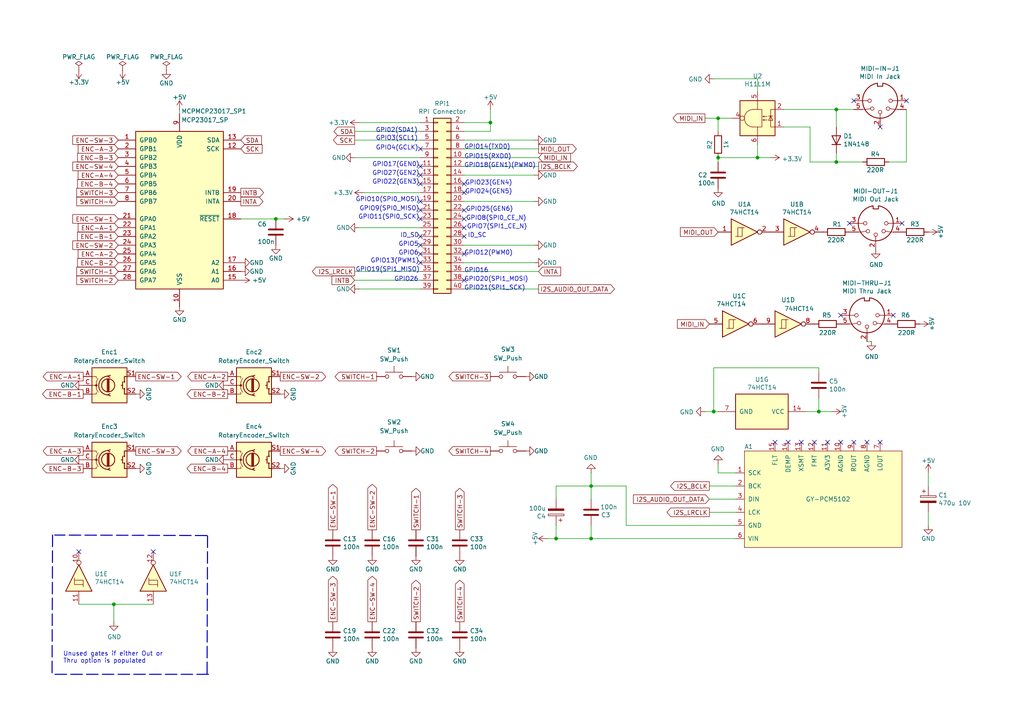
<source format=kicad_sch>
(kicad_sch (version 20231120) (generator "eeschema") (generator_version "8.0")
  (paper "A4")
  (title_block (title "zynthian mini") (date "2024-03-24") (rev "2.0") (company "Stojos") (comment 1 "- zynthian all in one") (comment 2 "based on:"))
  (junction (at 142.24 35.56))
  (junction (at 208.28 45.72))
  (junction (at 207.01 119.38))
  (junction (at 219.71 45.72))
  (junction (at 242.57 31.75))
  (junction (at 237.49 119.38))
  (junction (at 171.45 140.97))
  (junction (at 171.45 156.21))
  (junction (at 161.29 156.21))
  (junction (at 208.28 34.29))
  (junction (at 242.57 46.99))
  (junction (at 33.02 175.26))
  (junction (at 80.01 63.5))
  (no_connect (at 134.62 73.66))
  (no_connect (at 255.27 128.27))
  (no_connect (at 255.27 36.83))
  (no_connect (at 121.92 68.58))
  (no_connect (at 240.03 128.27))
  (no_connect (at 134.62 63.5))
  (no_connect (at 259.08 91.44))
  (no_connect (at 134.62 81.28))
  (no_connect (at 247.65 128.27))
  (no_connect (at 134.62 60.96))
  (no_connect (at 121.92 73.66))
  (no_connect (at 121.92 76.2))
  (no_connect (at 134.62 68.58))
  (no_connect (at 134.62 66.04))
  (no_connect (at 134.62 55.88))
  (no_connect (at 22.86 160.02))
  (no_connect (at 134.62 53.34))
  (no_connect (at 121.92 53.34))
  (no_connect (at 246.38 64.77))
  (no_connect (at 121.92 60.96))
  (no_connect (at 262.89 29.21))
  (no_connect (at 121.92 58.42))
  (no_connect (at 44.45 160.02))
  (no_connect (at 261.62 64.77))
  (no_connect (at 228.6 128.27))
  (no_connect (at 121.92 48.26))
  (no_connect (at 236.22 128.27))
  (no_connect (at 121.92 63.5))
  (no_connect (at 121.92 71.12))
  (no_connect (at 243.84 91.44))
  (no_connect (at 224.79 128.27))
  (no_connect (at 251.46 128.27))
  (no_connect (at 121.92 50.8))
  (no_connect (at 121.92 43.18))
  (no_connect (at 243.84 128.27))
  (no_connect (at 232.41 128.27))
  (no_connect (at 247.65 29.21))
  (wire (pts (xy 219.71 41.91) (xy 219.71 45.72)))
  (wire (pts (xy 262.89 31.75) (xy 262.89 46.99)))
  (wire (pts (xy 171.45 140.97) (xy 171.45 144.78)))
  (wire (pts (xy 208.28 46.99) (xy 208.28 45.72)))
  (wire (pts (xy 208.28 134.62) (xy 208.28 137.16)))
  (wire (pts (xy 227.33 31.75) (xy 242.57 31.75)))
  (wire (pts (xy 82.55 63.5) (xy 80.01 63.5)))
  (wire (pts (xy 237.49 115.57) (xy 237.49 119.38)))
  (wire (pts (xy 269.24 137.16) (xy 269.24 140.97)))
  (wire (pts (xy 104.14 66.04) (xy 121.92 66.04)))
  (wire (pts (xy 134.62 83.82) (xy 156.21 83.82)))
  (wire (pts (xy 171.45 140.97) (xy 181.61 140.97)))
  (wire (pts (xy 205.74 148.59) (xy 213.36 148.59)))
  (wire (pts (xy 208.28 137.16) (xy 213.36 137.16)))
  (wire (pts (xy 234.95 36.83) (xy 234.95 46.99)))
  (wire (pts (xy 171.45 140.97) (xy 171.45 137.16)))
  (wire (pts (xy 102.87 40.64) (xy 121.92 40.64)))
  (polyline (pts (xy 60.198 155.448) (xy 60.0617 195.4862)) (stroke (width 0.3048) (type dash)))
  (wire (pts (xy 134.62 50.8) (xy 154.94 50.8)))
  (wire (pts (xy 102.87 81.28) (xy 121.92 81.28)))
  (wire (pts (xy 121.92 55.88) (xy 105.41 55.88)))
  (wire (pts (xy 242.57 31.75) (xy 247.65 31.75)))
  (wire (pts (xy 134.62 71.12) (xy 154.94 71.12)))
  (wire (pts (xy 102.87 45.72) (xy 121.92 45.72)))
  (wire (pts (xy 52.07 33.02) (xy 52.07 31.75)))
  (wire (pts (xy 69.85 63.5) (xy 80.01 63.5)))
  (wire (pts (xy 134.62 78.74) (xy 156.21 78.74)))
  (wire (pts (xy 134.62 58.42) (xy 154.94 58.42)))
  (wire (pts (xy 181.61 152.4) (xy 181.61 140.97)))
  (wire (pts (xy 207.01 22.86) (xy 219.71 22.86)))
  (wire (pts (xy 257.81 46.99) (xy 262.89 46.99)))
  (wire (pts (xy 213.36 144.78) (xy 205.74 144.78)))
  (wire (pts (xy 33.02 175.26) (xy 33.02 180.34)))
  (wire (pts (xy 208.28 45.72) (xy 219.71 45.72)))
  (wire (pts (xy 102.87 38.1) (xy 121.92 38.1)))
  (wire (pts (xy 161.29 140.97) (xy 161.29 144.78)))
  (wire (pts (xy 161.29 140.97) (xy 171.45 140.97)))
  (wire (pts (xy 121.92 35.56) (xy 104.14 35.56)))
  (wire (pts (xy 234.95 46.99) (xy 242.57 46.99)))
  (wire (pts (xy 104.14 83.82) (xy 121.92 83.82)))
  (wire (pts (xy 161.29 156.21) (xy 158.75 156.21)))
  (wire (pts (xy 142.24 35.56) (xy 142.24 38.1)))
  (wire (pts (xy 208.28 34.29) (xy 212.09 34.29)))
  (polyline (pts (xy 60.452 195.58) (xy 15.113 195.58)) (stroke (width 0.3048) (type dash)))
  (wire (pts (xy 204.47 119.38) (xy 207.01 119.38)))
  (wire (pts (xy 227.33 36.83) (xy 234.95 36.83)))
  (wire (pts (xy 233.68 119.38) (xy 237.49 119.38)))
  (polyline (pts (xy 59.9973 155.3266) (xy 15.875 155.194)) (stroke (width 0.3048) (type dash)))
  (wire (pts (xy 161.29 152.4) (xy 161.29 156.21)))
  (wire (pts (xy 134.62 35.56) (xy 142.24 35.56)))
  (wire (pts (xy 171.45 156.21) (xy 213.36 156.21)))
  (wire (pts (xy 33.02 175.26) (xy 44.45 175.26)))
  (wire (pts (xy 208.28 34.29) (xy 208.28 38.1)))
  (wire (pts (xy 22.86 175.26) (xy 33.02 175.26)))
  (wire (pts (xy 269.24 148.59) (xy 269.24 152.4)))
  (wire (pts (xy 242.57 31.75) (xy 242.57 36.83)))
  (wire (pts (xy 161.29 156.21) (xy 171.45 156.21)))
  (wire (pts (xy 156.21 45.72) (xy 134.62 45.72)))
  (wire (pts (xy 241.3 119.38) (xy 237.49 119.38)))
  (wire (pts (xy 219.71 22.86) (xy 219.71 26.67)))
  (wire (pts (xy 207.01 119.38) (xy 208.28 119.38)))
  (wire (pts (xy 219.71 45.72) (xy 223.52 45.72)))
  (polyline (pts (xy 15.24 155.194) (xy 15.1037 195.2322)) (stroke (width 0.3048) (type dash)))
  (wire (pts (xy 242.57 46.99) (xy 250.19 46.99)))
  (wire (pts (xy 134.62 40.64) (xy 154.94 40.64)))
  (wire (pts (xy 207.01 106.68) (xy 237.49 106.68)))
  (wire (pts (xy 242.57 44.45) (xy 242.57 46.99)))
  (wire (pts (xy 207.01 106.68) (xy 207.01 119.38)))
  (wire (pts (xy 237.49 106.68) (xy 237.49 107.95)))
  (wire (pts (xy 171.45 152.4) (xy 171.45 156.21)))
  (wire (pts (xy 134.62 76.2) (xy 154.94 76.2)))
  (wire (pts (xy 134.62 38.1) (xy 142.24 38.1)))
  (wire (pts (xy 204.47 34.29) (xy 208.28 34.29)))
  (wire (pts (xy 134.62 43.18) (xy 156.21 43.18)))
  (wire (pts (xy 205.74 140.97) (xy 213.36 140.97)))
  (wire (pts (xy 102.87 78.74) (xy 121.92 78.74)))
  (wire (pts (xy 213.36 152.4) (xy 181.61 152.4)))
  (wire (pts (xy 251.46 99.06) (xy 252.73 99.06)))
  (wire (pts (xy 134.62 48.26) (xy 156.21 48.26)))
  (wire (pts (xy 142.24 31.75) (xy 142.24 35.56)))
  (text "GPIO13(PWM1)" (at 107.442 76.454 0) (effects (font (size 1.27 1.27)) (justify left bottom)))
  (text "ID_SC" (at 135.636 69.088 0) (effects (font (size 1.27 1.27)) (justify left bottom)))
  (text "GPIO22(GEN3)" (at 107.95 53.594 0) (effects (font (size 1.27 1.27)) (justify left bottom)))
  (text "GPIO7(SPI1_CE_N)" (at 135.382 66.548 0) (effects (font (size 1.27 1.27)) (justify left bottom)))
  (text "GPIO12(PWM0)" (at 134.62 74.168 0) (effects (font (size 1.27 1.27)) (justify left bottom)))
  (text "GPIO25(GEN6)" (at 135.128 61.468 0) (effects (font (size 1.27 1.27)) (justify left bottom)))
  (text "ID_SD" (at 116.078 69.088 0) (effects (font (size 1.27 1.27)) (justify left bottom)))
  (text "GPIO23(GEN4)" (at 134.874 53.848 0) (effects (font (size 1.27 1.27)) (justify left bottom)))
  (text "GPIO6" (at 115.57 74.168 0) (effects (font (size 1.27 1.27)) (justify left bottom)))
  (text "GPIO15(RXD0)" (at 134.62 46.228 0) (effects (font (size 1.27 1.27)) (justify left bottom)))
  (text "GPIO26" (at 114.3 81.788 0) (effects (font (size 1.27 1.27)) (justify left bottom)))
  (text "GPIO10(SPI0_MOSI)" (at 103.124 58.674 0) (effects (font (size 1.27 1.27)) (justify left bottom)))
  (text "GPIO9(SPI0_MISO)" (at 104.2225 61.3201 0) (effects (font (size 1.27 1.27)) (justify left bottom)))
  (text "GPIO27(GEN2)" (at 107.95 51.054 0) (effects (font (size 1.27 1.27)) (justify left bottom)))
  (text "GPIO14(TXD0)" (at 134.62 43.434 0) (effects (font (size 1.27 1.27)) (justify left bottom)))
  (text "GPIO24(GEN5)" (at 134.874 56.388 0) (effects (font (size 1.27 1.27)) (justify left bottom)))
  (text "GPIO11(SPI0_SCK)" (at 103.886 63.754 0) (effects (font (size 1.27 1.27)) (justify left bottom)))
  (text "GPIO5" (at 115.57 71.628 0) (effects (font (size 1.27 1.27)) (justify left bottom)))
  (text "GPIO19(SPI1_MISO)" (at 103.124 78.994 0) (effects (font (size 1.27 1.27)) (justify left bottom)))
  (text "Unused gates if either Out or\nThru option is populated\n" (at 18.288 192.532 0) (effects (font (size 1.27 1.27)) (justify left bottom)))
  (text "GPIO17(GEN0)" (at 107.95 48.514 0) (effects (font (size 1.27 1.27)) (justify left bottom)))
  (text "GPIO4(GCLK)" (at 108.966 43.688 0) (effects (font (size 1.27 1.27)) (justify left bottom)))
  (text "GPIO8(SPI0_CE_N)" (at 135.154 64.0826 0) (effects (font (size 1.27 1.27)) (justify left bottom)))
  (text "GPIO20(SPI1_MOSI)" (at 134.62 81.788 0) (effects (font (size 1.27 1.27)) (justify left bottom)))
  (text "GPI02(SDA1)" (at 108.966 38.608 0) (effects (font (size 1.27 1.27)) (justify left bottom)))
  (text "GPIO18(GEN1)(PWM0)" (at 134.62 48.768 0) (effects (font (size 1.27 1.27)) (justify left bottom)))
  (text "GPIO21(SPI1_SCK)" (at 134.62 84.328 0) (effects (font (size 1.27 1.27)) (justify left bottom)))
  (text "GPIO3(SCL1)" (at 108.966 40.894 0) (effects (font (size 1.27 1.27)) (justify left bottom)))
  (text "GPIO16" (at 134.62 79.248 0) (effects (font (size 1.27 1.27)) (justify left bottom)))
  (global_label "ENC-B-2" (shape output) (at 66.04 114.3 180) (property "Intersheetrefs" "${INTERSHEET_REFS}" (effects (hide yes))))
  (global_label "ENC-SW-1" (shape output) (at 39.37 109.22 0) (property "Intersheetrefs" "${INTERSHEET_REFS}" (effects (hide yes))))
  (global_label "ENC-SW-1" (shape output) (at 96.52 153.67 90) (property "Intersheetrefs" "${INTERSHEET_REFS}" (effects (hide yes))))
  (global_label "SWITCH-2" (shape input) (at 34.29 81.28 180) (property "Intersheetrefs" "${INTERSHEET_REFS}" (effects (hide yes))))
  (global_label "I2S_BCLK" (shape output) (at 156.21 48.26 0) (property "Intersheetrefs" "${INTERSHEET_REFS}" (effects (hide yes))))
  (global_label "ENC-SW-4" (shape output) (at 107.95 180.34 90) (property "Intersheetrefs" "${INTERSHEET_REFS}" (effects (hide yes))))
  (global_label "MIDI_OUT" (shape input) (at 208.28 67.31 180) (property "Intersheetrefs" "${INTERSHEET_REFS}" (effects (hide yes))))
  (global_label "SWITCH-3" (shape output) (at 133.35 153.67 90) (property "Intersheetrefs" "${INTERSHEET_REFS}" (effects (hide yes))))
  (global_label "ENC-SW-2" (shape output) (at 107.95 153.67 90) (property "Intersheetrefs" "${INTERSHEET_REFS}" (effects (hide yes))))
  (global_label "MIDI_IN" (shape input) (at 156.21 45.72 0) (property "Intersheetrefs" "${INTERSHEET_REFS}" (effects (hide yes))))
  (global_label "I2S_BCLK" (shape output) (at 205.74 140.97 180) (property "Intersheetrefs" "${INTERSHEET_REFS}" (effects (hide yes))))
  (global_label "I2S_LRCLK" (shape output) (at 205.74 148.59 180) (property "Intersheetrefs" "${INTERSHEET_REFS}" (effects (hide yes))))
  (global_label "ENC-A-4" (shape output) (at 66.04 130.81 180) (property "Intersheetrefs" "${INTERSHEET_REFS}" (effects (hide yes))))
  (global_label "ENC-A-4" (shape input) (at 34.29 50.8 180) (property "Intersheetrefs" "${INTERSHEET_REFS}" (effects (hide yes))))
  (global_label "MIDI_IN" (shape output) (at 204.47 34.29 180) (property "Intersheetrefs" "${INTERSHEET_REFS}" (effects (hide yes))))
  (global_label "SDA" (shape output) (at 102.87 38.1 180) (property "Intersheetrefs" "${INTERSHEET_REFS}" (effects (hide yes))))
  (global_label "MIDI_IN" (shape input) (at 205.74 93.98 180) (property "Intersheetrefs" "${INTERSHEET_REFS}" (effects (hide yes))))
  (global_label "SWITCH-4" (shape output) (at 142.24 130.81 180) (property "Intersheetrefs" "${INTERSHEET_REFS}" (effects (hide yes))))
  (global_label "ENC-SW-2" (shape input) (at 34.29 71.12 180) (property "Intersheetrefs" "${INTERSHEET_REFS}" (effects (hide yes))))
  (global_label "SWITCH-2" (shape output) (at 109.22 130.81 180) (property "Intersheetrefs" "${INTERSHEET_REFS}" (effects (hide yes))))
  (global_label "ENC-SW-1" (shape input) (at 34.29 63.5 180) (property "Intersheetrefs" "${INTERSHEET_REFS}" (effects (hide yes))))
  (global_label "INTA" (shape input) (at 156.21 78.74 0) (property "Intersheetrefs" "${INTERSHEET_REFS}" (effects (hide yes))))
  (global_label "ENC-B-2" (shape input) (at 34.29 76.2 180) (property "Intersheetrefs" "${INTERSHEET_REFS}" (effects (hide yes))))
  (global_label "ENC-A-3" (shape output) (at 24.13 130.81 180) (property "Intersheetrefs" "${INTERSHEET_REFS}" (effects (hide yes))))
  (global_label "SWITCH-1" (shape output) (at 120.65 153.67 90) (property "Intersheetrefs" "${INTERSHEET_REFS}" (effects (hide yes))))
  (global_label "SCK" (shape output) (at 102.87 40.64 180) (property "Intersheetrefs" "${INTERSHEET_REFS}" (effects (hide yes))))
  (global_label "ENC-B-3" (shape output) (at 24.13 135.89 180) (property "Intersheetrefs" "${INTERSHEET_REFS}" (effects (hide yes))))
  (global_label "ENC-A-1" (shape input) (at 34.29 66.04 180) (property "Intersheetrefs" "${INTERSHEET_REFS}" (effects (hide yes))))
  (global_label "INTB" (shape input) (at 102.87 81.28 180) (property "Intersheetrefs" "${INTERSHEET_REFS}" (effects (hide yes))))
  (global_label "I2S_AUDIO_OUT_DATA" (shape input) (at 205.74 144.78 180) (property "Intersheetrefs" "${INTERSHEET_REFS}" (effects (hide yes))))
  (global_label "SWITCH-1" (shape output) (at 109.22 109.22 180) (property "Intersheetrefs" "${INTERSHEET_REFS}" (effects (hide yes))))
  (global_label "SWITCH-4" (shape output) (at 133.35 180.34 90) (property "Intersheetrefs" "${INTERSHEET_REFS}" (effects (hide yes))))
  (global_label "ENC-B-3" (shape input) (at 34.29 45.72 180) (property "Intersheetrefs" "${INTERSHEET_REFS}" (effects (hide yes))))
  (global_label "SCK" (shape input) (at 69.85 43.18 0) (property "Intersheetrefs" "${INTERSHEET_REFS}" (effects (hide yes))))
  (global_label "ENC-SW-4" (shape input) (at 34.29 48.26 180) (property "Intersheetrefs" "${INTERSHEET_REFS}" (effects (hide yes))))
  (global_label "I2S_AUDIO_OUT_DATA" (shape output) (at 156.21 83.82 0) (property "Intersheetrefs" "${INTERSHEET_REFS}" (effects (hide yes))))
  (global_label "SWITCH-3" (shape output) (at 142.24 109.22 180) (property "Intersheetrefs" "${INTERSHEET_REFS}" (effects (hide yes))))
  (global_label "ENC-A-2" (shape output) (at 66.04 109.22 180) (property "Intersheetrefs" "${INTERSHEET_REFS}" (effects (hide yes))))
  (global_label "MIDI_OUT" (shape output) (at 156.21 43.18 0) (property "Intersheetrefs" "${INTERSHEET_REFS}" (effects (hide yes))))
  (global_label "ENC-SW-4" (shape output) (at 81.28 130.81 0) (property "Intersheetrefs" "${INTERSHEET_REFS}" (effects (hide yes))))
  (global_label "ENC-SW-3" (shape output) (at 39.37 130.81 0) (property "Intersheetrefs" "${INTERSHEET_REFS}" (effects (hide yes))))
  (global_label "ENC-B-1" (shape input) (at 34.29 68.58 180) (property "Intersheetrefs" "${INTERSHEET_REFS}" (effects (hide yes))))
  (global_label "ENC-SW-3" (shape input) (at 34.29 40.64 180) (property "Intersheetrefs" "${INTERSHEET_REFS}" (effects (hide yes))))
  (global_label "ENC-A-3" (shape input) (at 34.29 43.18 180) (property "Intersheetrefs" "${INTERSHEET_REFS}" (effects (hide yes))))
  (global_label "SWITCH-1" (shape input) (at 34.29 78.74 180) (property "Intersheetrefs" "${INTERSHEET_REFS}" (effects (hide yes))))
  (global_label "ENC-A-2" (shape input) (at 34.29 73.66 180) (property "Intersheetrefs" "${INTERSHEET_REFS}" (effects (hide yes))))
  (global_label "ENC-B-4" (shape output) (at 66.04 135.89 180) (property "Intersheetrefs" "${INTERSHEET_REFS}" (effects (hide yes))))
  (global_label "ENC-B-1" (shape output) (at 24.13 114.3 180) (property "Intersheetrefs" "${INTERSHEET_REFS}" (effects (hide yes))))
  (global_label "SWITCH-2" (shape output) (at 120.65 180.34 90) (property "Intersheetrefs" "${INTERSHEET_REFS}" (effects (hide yes))))
  (global_label "SWITCH-4" (shape input) (at 34.29 58.42 180) (property "Intersheetrefs" "${INTERSHEET_REFS}" (effects (hide yes))))
  (global_label "I2S_LRCLK" (shape output) (at 102.87 78.74 180) (property "Intersheetrefs" "${INTERSHEET_REFS}" (effects (hide yes))))
  (global_label "ENC-SW-3" (shape output) (at 96.52 180.34 90) (property "Intersheetrefs" "${INTERSHEET_REFS}" (effects (hide yes))))
  (global_label "SDA" (shape input) (at 69.85 40.64 0) (property "Intersheetrefs" "${INTERSHEET_REFS}" (effects (hide yes))))
  (global_label "INTB" (shape output) (at 69.85 55.88 0) (property "Intersheetrefs" "${INTERSHEET_REFS}" (effects (hide yes))))
  (global_label "SWITCH-3" (shape input) (at 34.29 55.88 180) (property "Intersheetrefs" "${INTERSHEET_REFS}" (effects (hide yes))))
  (global_label "ENC-SW-2" (shape output) (at 81.28 109.22 0) (property "Intersheetrefs" "${INTERSHEET_REFS}" (effects (hide yes))))
  (global_label "INTA" (shape output) (at 69.85 58.42 0) (property "Intersheetrefs" "${INTERSHEET_REFS}" (effects (hide yes))))
  (global_label "ENC-B-4" (shape input) (at 34.29 53.34 180) (property "Intersheetrefs" "${INTERSHEET_REFS}" (effects (hide yes))))
  (global_label "ENC-A-1" (shape output) (at 24.13 109.22 180) (property "Intersheetrefs" "${INTERSHEET_REFS}" (effects (hide yes))))
  (symbol (lib_id "power:+5V") (at 142.24 31.75 0) (unit 1)
    (property "Reference" "#PWR010" (effects (hide yes)))
    (property "Value" "+5V" (at 142.24 28.194 0))
    (property "Description" "Power symbol creates a global label with name \"+5V\"" (effects (hide yes)))
  )
  (symbol (lib_id "power:+3.3V") (at 104.14 35.56 90) (unit 1)
    (property "Reference" "#PWR06" (effects (hide yes)))
    (property "Value" "+3.3V" (at 98.1648 35.5751 90))
    (property "Description" "Power symbol creates a global label with name \"+3.3V\"" (effects (hide yes)))
  )
  (symbol (lib_id "Connector_Generic:Conn_02x20_Odd_Even") (at 127 58.42 0) (unit 1)
    (property "Reference" "RPi1" (at 128.27 30.0482 0))
    (property "Value" "RPI Connector" (at 128.27 32.3596 0))
    (property "Footprint" "Connector_PinSocket_2.54mm:PinSocket_2x20_P2.54mm_Vertical" (effects (hide yes)))
    (property "Description" "Generic connector, double row, 02x20, odd/even pin numbering scheme (row 1 odd numbers, row 2 even numbers), script generated (kicad-library-utils/schlib/autogen/connector/)" (effects (hide yes)))
  )
  (symbol (lib_id "Connector:DIN-5_180degree") (at 255.27 29.21 180) (unit 1)
    (property "Reference" "MIDI-IN-J1" (at 255.27 19.8882 0))
    (property "Value" "MIDI In Jack" (at 255.27 22.1996 0))
    (property "Footprint" "project-footprints:MultiDIN5" (effects (hide yes)))
    (property "Datasheet" "http://www.mouser.com/ds/2/18/40_c091_abd_e-75918.pdf" (effects (hide yes)))
    (property "Description" "5-pin DIN connector (5-pin DIN-5 stereo)" (effects (hide yes)))
  )
  (symbol (lib_id "Device:D") (at 242.57 40.64 90) (unit 1)
    (property "Reference" "D1" (at 244.602 39.4716 90) (effects (justify right)))
    (property "Value" "1N4148" (at 244.602 41.783 90) (effects (justify right)))
    (property "Footprint" "Diode_THT:D_DO-35_SOD27_P7.62mm_Horizontal" (effects (hide yes)))
    (property "Description" "Diode" (effects (hide yes)))
    (property "Sim.Device" "D" (effects (hide yes)))
    (property "Sim.Pins" "1=K 2=A" (effects (hide yes)))
  )
  (symbol (lib_id "Device:R") (at 254 46.99 270) (unit 1)
    (property "Reference" "R4" (at 253.873 44.704 90))
    (property "Value" "220R" (at 253.873 49.276 90))
    (property "Footprint" "Resistor_THT:R_Axial_DIN0207_L6.3mm_D2.5mm_P7.62mm_Horizontal" (effects (hide yes)))
    (property "Description" "Resistor" (effects (hide yes)))
  )
  (symbol (lib_id "Isolator:H11L1") (at 219.71 34.29 180) (unit 1)
    (property "Reference" "U2" (at 219.71 22.0726 0))
    (property "Value" "H11L1M" (at 219.71 24.384 0))
    (property "Footprint" "Package_DIP:DIP-6_W7.62mm" (effects (hide yes)))
    (property "Datasheet" "https://www.onsemi.com/pub/Collateral/H11L3M-D.PDF" (effects (hide yes)))
    (property "Description" "Schmitt Trigger Output Optocoupler, High Speed, DIP-6, 1.6mA turn on threshold" (effects (hide yes)))
  )
  (symbol (lib_id "Device:R") (at 208.28 41.91 180) (unit 1)
    (property "Reference" "R2" (at 205.867 41.9929 90))
    (property "Value" "1k" (at 210.566 41.91 90))
    (property "Footprint" "Resistor_THT:R_Axial_DIN0207_L6.3mm_D2.5mm_P7.62mm_Horizontal" (effects (hide yes)))
    (property "Description" "Resistor" (effects (hide yes)))
  )
  (symbol (lib_id "Device:C") (at 208.28 50.8 0) (unit 1)
    (property "Reference" "C2" (at 202.438 50.7746 0) (effects (justify left)))
    (property "Value" "100n" (at 202.438 53.086 0) (effects (justify left)))
    (property "Footprint" "Capacitor_THT:C_Rect_L7.0mm_W2.0mm_P5.00mm" (effects (hide yes)))
    (property "Description" "Unpolarized capacitor" (effects (hide yes)))
  )
  (symbol (lib_id "power:GND") (at 207.01 22.86 270) (unit 1)
    (property "Reference" "#PWR017" (effects (hide yes)))
    (property "Value" "GND" (at 203.7588 22.987 90) (effects (justify right)))
    (property "Description" "Power symbol creates a global label with name \"GND\" , ground" (effects (hide yes)))
  )
  (symbol (lib_id "power:+3.3V") (at 223.52 45.72 270) (unit 1)
    (property "Reference" "#PWR020" (effects (hide yes)))
    (property "Value" "+3.3V" (at 226.7712 46.101 90) (effects (justify left)))
    (property "Description" "Power symbol creates a global label with name \"+3.3V\"" (effects (hide yes)))
  )
  (symbol (lib_id "power:GND") (at 208.28 54.61 0) (unit 1)
    (property "Reference" "#PWR019" (effects (hide yes)))
    (property "Value" "GND" (at 208.407 59.0042 0))
    (property "Description" "Power symbol creates a global label with name \"GND\" , ground" (effects (hide yes)))
  )
  (symbol (lib_id "Device:C") (at 171.45 148.59 180) (unit 1)
    (property "Reference" "C3" (at 177.038 149.352 0) (effects (justify left)))
    (property "Value" "100n" (at 179.07 147.066 0) (effects (justify left)))
    (property "Footprint" "Capacitor_THT:C_Rect_L7.0mm_W2.0mm_P5.00mm" (effects (hide yes)))
    (property "Description" "Unpolarized capacitor" (effects (hide yes)))
  )
  (symbol (lib_id "Device:C_Polarized") (at 269.24 144.78 0) (unit 1)
    (property "Reference" "C1" (at 272.161 143.6116 0) (effects (justify left)))
    (property "Value" "470u 10V" (at 272.161 145.923 0) (effects (justify left)))
    (property "Footprint" "Capacitor_THT:CP_Radial_D8.0mm_P3.50mm" (effects (hide yes)))
    (property "Description" "Polarized capacitor" (effects (hide yes)))
  )
  (symbol (lib_id "power:+5V") (at 269.24 137.16 0) (unit 1)
    (property "Reference" "#PWR01" (effects (hide yes)))
    (property "Value" "+5V" (at 269.24 133.604 0))
    (property "Description" "Power symbol creates a global label with name \"+5V\"" (effects (hide yes)))
  )
  (symbol (lib_id "power:GND") (at 269.24 152.4 0) (unit 1)
    (property "Reference" "#PWR02" (effects (hide yes)))
    (property "Value" "GND" (at 269.24 156.21 0))
    (property "Description" "Power symbol creates a global label with name \"GND\" , ground" (effects (hide yes)))
  )
  (symbol (lib_id "Device:C_Polarized") (at 161.29 148.59 180) (unit 1)
    (property "Reference" "C4" (at 158.369 149.7584 0) (effects (justify left)))
    (property "Value" "100u" (at 158.369 147.447 0) (effects (justify left)))
    (property "Footprint" "Capacitor_THT:CP_Radial_D6.3mm_P2.50mm" (effects (hide yes)))
    (property "Description" "Polarized capacitor" (effects (hide yes)))
  )
  (symbol (lib_id "power:+5V") (at 158.75 156.21 90) (unit 1)
    (property "Reference" "#PWR023" (effects (hide yes)))
    (property "Value" "+5V" (at 155.194 156.21 0))
    (property "Description" "Power symbol creates a global label with name \"+5V\"" (effects (hide yes)))
  )
  (symbol (lib_id "power:GND") (at 171.45 137.16 180) (unit 1)
    (property "Reference" "#PWR022" (effects (hide yes)))
    (property "Value" "GND" (at 171.323 132.7658 0))
    (property "Description" "Power symbol creates a global label with name \"GND\" , ground" (effects (hide yes)))
  )
  (symbol (lib_id "gy-pcm5102:GY-PCM5102") (at 238.76 144.78 0) (unit 1)
    (property "Reference" "A1" (at 215.9 129.54 0) (effects (justify left)))
    (property "Value" "GY-PCM5102" (at 233.68 144.78 0) (effects (justify left)))
    (property "Footprint" "project-footprints:GY-PCM5102" (effects (hide yes)))
  )
  (symbol (lib_id "power:GND") (at 208.28 134.62 180) (unit 1)
    (property "Reference" "#PWR021" (effects (hide yes)))
    (property "Value" "GND" (at 208.153 130.2258 0))
    (property "Description" "Power symbol creates a global label with name \"GND\" , ground" (effects (hide yes)))
  )
  (symbol (lib_id "74xx:74HC14") (at 215.9 67.31 0) (unit 1)
    (property "Reference" "U1" (at 215.9 59.2582 0))
    (property "Value" "74HCT14" (at 215.9 61.5696 0))
    (property "Footprint" "Package_DIP:DIP-14_W7.62mm" (effects (hide yes)))
    (property "Datasheet" "http://www.ti.com/lit/gpn/sn74HC14" (effects (hide yes)))
    (property "Description" "Hex inverter schmitt trigger" (effects (hide yes)))
  )
  (symbol (lib_id "74xx:74HC14") (at 231.14 67.31 0) (unit 2)
    (property "Reference" "U1" (at 231.14 59.2582 0))
    (property "Value" "74HCT14" (at 231.14 61.5696 0))
    (property "Footprint" "Package_DIP:DIP-14_W7.62mm" (effects (hide yes)))
    (property "Datasheet" "http://www.ti.com/lit/gpn/sn74HC14" (effects (hide yes)))
    (property "Description" "Hex inverter schmitt trigger" (effects (hide yes)))
  )
  (symbol (lib_id "74xx:74HC14") (at 213.36 93.98 0) (unit 3)
    (property "Reference" "U1" (at 216.408 85.852 0) (effects (justify right)))
    (property "Value" "74HCT14" (at 216.408 88.1634 0) (effects (justify right)))
    (property "Footprint" "Package_DIP:DIP-14_W7.62mm" (effects (hide yes)))
    (property "Datasheet" "http://www.ti.com/lit/gpn/sn74HC14" (effects (hide yes)))
    (property "Description" "Hex inverter schmitt trigger" (effects (hide yes)))
  )
  (symbol (lib_id "74xx:74HC14") (at 228.6 93.98 0) (unit 4)
    (property "Reference" "U1" (at 228.6 86.995 0))
    (property "Value" "74HCT14" (at 231.775 89.535 0))
    (property "Footprint" "Package_DIP:DIP-14_W7.62mm" (effects (hide yes)))
    (property "Datasheet" "http://www.ti.com/lit/gpn/sn74HC14" (effects (hide yes)))
    (property "Description" "Hex inverter schmitt trigger" (effects (hide yes)))
  )
  (symbol (lib_id "74xx:74HC14") (at 22.86 167.64 90) (unit 5)
    (property "Reference" "U1" (at 27.432 166.4716 90) (effects (justify right)))
    (property "Value" "74HCT14" (at 27.432 168.783 90) (effects (justify right)))
    (property "Footprint" "Package_DIP:DIP-14_W7.62mm" (effects (hide yes)))
    (property "Datasheet" "http://www.ti.com/lit/gpn/sn74HC14" (effects (hide yes)))
    (property "Description" "Hex inverter schmitt trigger" (effects (hide yes)))
  )
  (symbol (lib_id "74xx:74HC14") (at 44.45 167.64 90) (unit 6)
    (property "Reference" "U1" (at 49.022 166.4716 90) (effects (justify right)))
    (property "Value" "74HCT14" (at 49.022 168.783 90) (effects (justify right)))
    (property "Footprint" "Package_DIP:DIP-14_W7.62mm" (effects (hide yes)))
    (property "Datasheet" "http://www.ti.com/lit/gpn/sn74HC14" (effects (hide yes)))
    (property "Description" "Hex inverter schmitt trigger" (effects (hide yes)))
  )
  (symbol (lib_id "74xx:74HC14") (at 220.98 119.38 270) (unit 7)
    (property "Reference" "U1" (at 220.98 110.0582 90))
    (property "Value" "74HCT14" (at 220.98 112.3696 90))
    (property "Footprint" "Package_DIP:DIP-14_W7.62mm" (effects (hide yes)))
    (property "Datasheet" "http://www.ti.com/lit/gpn/sn74HC14" (effects (hide yes)))
    (property "Description" "Hex inverter schmitt trigger" (effects (hide yes)))
  )
  (symbol (lib_id "Device:C") (at 237.49 111.76 0) (unit 1)
    (property "Reference" "C5" (at 240.411 110.5916 0) (effects (justify left)))
    (property "Value" "100n" (at 240.411 112.903 0) (effects (justify left)))
    (property "Footprint" "Capacitor_THT:C_Rect_L7.0mm_W2.0mm_P5.00mm" (effects (hide yes)))
    (property "Description" "Unpolarized capacitor" (effects (hide yes)))
  )
  (symbol (lib_id "power:+5V") (at 241.3 119.38 270) (unit 1)
    (property "Reference" "#PWR027" (effects (hide yes)))
    (property "Value" "+5V" (at 244.856 119.38 0))
    (property "Description" "Power symbol creates a global label with name \"+5V\"" (effects (hide yes)))
  )
  (symbol (lib_id "power:GND") (at 204.47 119.38 270) (unit 1)
    (property "Reference" "#PWR026" (effects (hide yes)))
    (property "Value" "GND" (at 201.2188 119.507 90) (effects (justify right)))
    (property "Description" "Power symbol creates a global label with name \"GND\" , ground" (effects (hide yes)))
  )
  (symbol (lib_id "Connector:DIN-5_180degree") (at 254 64.77 180) (unit 1)
    (property "Reference" "MIDI-OUT-J1" (at 254 55.4482 0))
    (property "Value" "MIDI Out Jack" (at 254 57.7596 0))
    (property "Footprint" "project-footprints:MultiDIN5" (effects (hide yes)))
    (property "Datasheet" "http://www.mouser.com/ds/2/18/40_c091_abd_e-75918.pdf" (effects (hide yes)))
    (property "Description" "5-pin DIN connector (5-pin DIN-5 stereo)" (effects (hide yes)))
  )
  (symbol (lib_id "Device:R") (at 240.03 93.98 270) (unit 1)
    (property "Reference" "R5" (at 239.776 91.44 90))
    (property "Value" "220R" (at 240.03 96.52 90))
    (property "Footprint" "Resistor_THT:R_Axial_DIN0207_L6.3mm_D2.5mm_P7.62mm_Horizontal" (effects (hide yes)))
    (property "Description" "Resistor" (effects (hide yes)))
  )
  (symbol (lib_id "power:+5V") (at 269.24 67.31 270) (unit 1)
    (property "Reference" "#PWR018" (effects (hide yes)))
    (property "Value" "+5V" (at 272.796 67.31 0))
    (property "Description" "Power symbol creates a global label with name \"+5V\"" (effects (hide yes)))
  )
  (symbol (lib_id "Device:R") (at 265.43 67.31 270) (unit 1)
    (property "Reference" "R3" (at 266.7 65.024 90) (effects (justify right)))
    (property "Value" "220R" (at 267.97 69.596 90) (effects (justify right)))
    (property "Footprint" "Resistor_THT:R_Axial_DIN0207_L6.3mm_D2.5mm_P7.62mm_Horizontal" (effects (hide yes)))
    (property "Description" "Resistor" (effects (hide yes)))
  )
  (symbol (lib_id "power:GND") (at 254 72.39 0) (unit 1)
    (property "Reference" "#PWR014" (effects (hide yes)))
    (property "Value" "GND" (at 254.127 76.7842 0))
    (property "Description" "Power symbol creates a global label with name \"GND\" , ground" (effects (hide yes)))
  )
  (symbol (lib_id "power:GND") (at 33.02 180.34 0) (unit 1)
    (property "Reference" "#PWR03" (effects (hide yes)))
    (property "Value" "GND" (at 33.147 184.7342 0))
    (property "Description" "Power symbol creates a global label with name \"GND\" , ground" (effects (hide yes)))
  )
  (symbol (lib_id "Device:R") (at 242.57 67.31 270) (unit 1)
    (property "Reference" "R1" (at 241.427 65.024 90) (effects (justify left)))
    (property "Value" "220R" (at 239.903 69.596 90) (effects (justify left)))
    (property "Footprint" "Resistor_THT:R_Axial_DIN0207_L6.3mm_D2.5mm_P7.62mm_Horizontal" (effects (hide yes)))
    (property "Description" "Resistor" (effects (hide yes)))
  )
  (symbol (lib_id "power:+5V") (at 35.56 20.32 180) (unit 1)
    (property "Reference" "#PWR0129" (effects (hide yes)))
    (property "Value" "+5V" (at 35.56 23.876 0))
    (property "Description" "Power symbol creates a global label with name \"+5V\"" (effects (hide yes)))
  )
  (symbol (lib_id "Switch:SW_Push") (at 114.3 109.22 0) (unit 1)
    (property "Reference" "SW1" (at 114.3 101.6 0))
    (property "Value" "SW_Push" (at 114.3 104.14 0))
    (property "Footprint" "project-footprints:push-button" (effects (hide yes)))
    (property "Description" "Push button switch, generic, two pins" (effects (hide yes)))
  )
  (symbol (lib_id "Switch:SW_Push") (at 147.32 109.22 0) (unit 1)
    (property "Reference" "SW3" (at 147.32 101.346 0))
    (property "Value" "SW_Push" (at 147.32 103.886 0))
    (property "Footprint" "project-footprints:push-button" (effects (hide yes)))
    (property "Description" "Push button switch, generic, two pins" (effects (hide yes)))
  )
  (symbol (lib_id "Switch:SW_Push") (at 147.32 130.81 0) (unit 1)
    (property "Reference" "SW4" (at 147.32 122.936 0))
    (property "Value" "SW_Push" (at 147.32 125.476 0))
    (property "Footprint" "project-footprints:push-button" (effects (hide yes)))
    (property "Description" "Push button switch, generic, two pins" (effects (hide yes)))
  )
  (symbol (lib_id "power:GND") (at 81.28 114.3 90) (unit 1)
    (property "Reference" "#PWR0102" (effects (hide yes)))
    (property "Value" "GND" (at 85.09 114.3 0))
    (property "Description" "Power symbol creates a global label with name \"GND\" , ground" (effects (hide yes)))
  )
  (symbol (lib_id "power:GND") (at 66.04 133.35 270) (unit 1)
    (property "Reference" "#PWR0121" (effects (hide yes)))
    (property "Value" "GND" (at 61.468 133.35 90))
    (property "Description" "Power symbol creates a global label with name \"GND\" , ground" (effects (hide yes)))
  )
  (symbol (lib_id "power:GND") (at 154.94 76.2 90) (unit 1)
    (property "Reference" "#PWR0133" (effects (hide yes)))
    (property "Value" "GND" (at 159.512 76.2 90))
    (property "Description" "Power symbol creates a global label with name \"GND\" , ground" (effects (hide yes)))
  )
  (symbol (lib_id "power:PWR_FLAG") (at 22.86 20.32 0) (unit 1)
    (property "Reference" "#U0101" (effects (hide yes)))
    (property "Value" "PWR_FLAG" (at 22.86 16.51 0))
    (property "Description" "Special symbol for telling ERC where power comes from" (effects (hide yes)))
  )
  (symbol (lib_id "Device:RotaryEncoder_Switch") (at 73.66 111.76 0) (unit 1)
    (property "Reference" "Enc2" (at 73.66 102.108 0))
    (property "Value" "RotaryEncoder_Switch" (at 73.66 104.648 0))
    (property "Footprint" "Rotary_Encoder:RotaryEncoder_Alps_EC12E-Switch_Vertical_H20mm" (effects (hide yes)))
    (property "Description" "Rotary encoder, dual channel, incremental quadrate outputs, with switch" (effects (hide yes)))
  )
  (symbol (lib_id "power:GND") (at 107.95 161.29 0) (unit 1)
    (property "Reference" "#PWR0108" (effects (hide yes)))
    (property "Value" "GND" (at 107.95 165.1 0))
    (property "Description" "Power symbol creates a global label with name \"GND\" , ground" (effects (hide yes)))
  )
  (symbol (lib_id "power:PWR_FLAG") (at 35.56 20.32 0) (unit 1)
    (property "Reference" "#U0102" (effects (hide yes)))
    (property "Value" "PWR_FLAG" (at 35.56 16.51 0))
    (property "Description" "Special symbol for telling ERC where power comes from" (effects (hide yes)))
  )
  (symbol (lib_id "power:GND") (at 152.4 109.22 90) (unit 1)
    (property "Reference" "#PWR0111" (effects (hide yes)))
    (property "Value" "GND" (at 156.972 109.22 90))
    (property "Description" "Power symbol creates a global label with name \"GND\" , ground" (effects (hide yes)))
  )
  (symbol (lib_id "power:+3.3V") (at 105.41 55.88 90) (unit 1)
    (property "Reference" "#PWR0138" (effects (hide yes)))
    (property "Value" "+3.3V" (at 99.4348 55.8951 90))
    (property "Description" "Power symbol creates a global label with name \"+3.3V\"" (effects (hide yes)))
  )
  (symbol (lib_id "power:GND") (at 96.52 161.29 0) (unit 1)
    (property "Reference" "#PWR0118" (effects (hide yes)))
    (property "Value" "GND" (at 96.52 165.1 0))
    (property "Description" "Power symbol creates a global label with name \"GND\" , ground" (effects (hide yes)))
  )
  (symbol (lib_id "power:GND") (at 80.01 71.12 0) (unit 1)
    (property "Reference" "#PWR0145" (effects (hide yes)))
    (property "Value" "GND" (at 80.01 74.93 0))
    (property "Description" "Power symbol creates a global label with name \"GND\" , ground" (effects (hide yes)))
  )
  (symbol (lib_id "power:+5V") (at 52.07 31.75 0) (unit 1)
    (property "Reference" "#PWR0141" (effects (hide yes)))
    (property "Value" "+5V" (at 52.07 28.194 0))
    (property "Description" "Power symbol creates a global label with name \"+5V\"" (effects (hide yes)))
  )
  (symbol (lib_id "power:GND") (at 120.65 161.29 0) (unit 1)
    (property "Reference" "#PWR0110" (effects (hide yes)))
    (property "Value" "GND" (at 120.65 165.1 0))
    (property "Description" "Power symbol creates a global label with name \"GND\" , ground" (effects (hide yes)))
  )
  (symbol (lib_id "power:GND") (at 24.13 111.76 270) (unit 1)
    (property "Reference" "#PWR0124" (effects (hide yes)))
    (property "Value" "GND" (at 19.558 111.76 90))
    (property "Description" "Power symbol creates a global label with name \"GND\" , ground" (effects (hide yes)))
  )
  (symbol (lib_id "power:GND") (at 154.94 40.64 90) (unit 1)
    (property "Reference" "#PWR0131" (effects (hide yes)))
    (property "Value" "GND" (at 159.512 40.64 90))
    (property "Description" "Power symbol creates a global label with name \"GND\" , ground" (effects (hide yes)))
  )
  (symbol (lib_id "Device:C") (at 120.65 157.48 0) (unit 1)
    (property "Reference" "C31" (at 123.571 156.3116 0) (effects (justify left)))
    (property "Value" "100n" (at 123.571 158.623 0) (effects (justify left)))
    (property "Footprint" "Capacitor_THT:C_Rect_L4.0mm_W2.5mm_P2.50mm" (effects (hide yes)))
    (property "Description" "Unpolarized capacitor" (effects (hide yes)))
  )
  (symbol (lib_id "power:GND") (at 69.85 76.2 90) (unit 1)
    (property "Reference" "#PWR0146" (effects (hide yes)))
    (property "Value" "GND" (at 74.422 76.2 90))
    (property "Description" "Power symbol creates a global label with name \"GND\" , ground" (effects (hide yes)))
  )
  (symbol (lib_id "power:GND") (at 102.87 45.72 270) (unit 1)
    (property "Reference" "#PWR0136" (effects (hide yes)))
    (property "Value" "GND" (at 98.298 45.72 90))
    (property "Description" "Power symbol creates a global label with name \"GND\" , ground" (effects (hide yes)))
  )
  (symbol (lib_id "power:GND") (at 39.37 135.89 90) (unit 1)
    (property "Reference" "#PWR0113" (effects (hide yes)))
    (property "Value" "GND" (at 43.18 135.89 0))
    (property "Description" "Power symbol creates a global label with name \"GND\" , ground" (effects (hide yes)))
  )
  (symbol (lib_id "power:GND") (at 133.35 161.29 0) (unit 1)
    (property "Reference" "#PWR0107" (effects (hide yes)))
    (property "Value" "GND" (at 133.35 165.1 0))
    (property "Description" "Power symbol creates a global label with name \"GND\" , ground" (effects (hide yes)))
  )
  (symbol (lib_id "Device:C") (at 80.01 67.31 0) (unit 1)
    (property "Reference" "C6" (at 74.676 65.024 0) (effects (justify left)))
    (property "Value" "100n" (at 74.676 70.104 0) (effects (justify left)))
    (property "Footprint" "Capacitor_THT:C_Rect_L7.0mm_W2.0mm_P5.00mm" (effects (hide yes)))
    (property "Description" "Unpolarized capacitor" (effects (hide yes)))
  )
  (symbol (lib_id "power:GND") (at 120.65 187.96 0) (unit 1)
    (property "Reference" "#PWR0109" (effects (hide yes)))
    (property "Value" "GND" (at 120.65 191.77 0))
    (property "Description" "Power symbol creates a global label with name \"GND\" , ground" (effects (hide yes)))
  )
  (symbol (lib_id "power:+5V") (at 82.55 63.5 270) (unit 1)
    (property "Reference" "#PWR0142" (effects (hide yes)))
    (property "Value" "+5V" (at 87.884 63.5 90))
    (property "Description" "Power symbol creates a global label with name \"+5V\"" (effects (hide yes)))
  )
  (symbol (lib_id "Device:R") (at 262.89 93.98 270) (unit 1)
    (property "Reference" "R6" (at 262.636 91.44 90))
    (property "Value" "220R" (at 262.89 96.52 90))
    (property "Footprint" "Resistor_THT:R_Axial_DIN0207_L6.3mm_D2.5mm_P7.62mm_Horizontal" (effects (hide yes)))
    (property "Description" "Resistor" (effects (hide yes)))
  )
  (symbol (lib_id "power:GND") (at 69.85 78.74 90) (unit 1)
    (property "Reference" "#PWR0143" (effects (hide yes)))
    (property "Value" "GND" (at 74.422 78.74 90))
    (property "Description" "Power symbol creates a global label with name \"GND\" , ground" (effects (hide yes)))
  )
  (symbol (lib_id "power:+5V") (at 69.85 81.28 270) (unit 1)
    (property "Reference" "#PWR0115" (effects (hide yes)))
    (property "Value" "+5V" (at 75.184 81.28 90))
    (property "Description" "Power symbol creates a global label with name \"+5V\"" (effects (hide yes)))
  )
  (symbol (lib_id "power:+3.3V") (at 22.86 20.32 180) (unit 1)
    (property "Reference" "#PWR0127" (effects (hide yes)))
    (property "Value" "+3.3V" (at 22.86 23.876 0))
    (property "Description" "Power symbol creates a global label with name \"+3.3V\"" (effects (hide yes)))
  )
  (symbol (lib_id "power:PWR_FLAG") (at 48.26 20.32 0) (unit 1)
    (property "Reference" "#U0103" (effects (hide yes)))
    (property "Value" "PWR_FLAG" (at 48.26 16.51 0))
    (property "Description" "Special symbol for telling ERC where power comes from" (effects (hide yes)))
  )
  (symbol (lib_id "Device:C") (at 133.35 157.48 0) (unit 1)
    (property "Reference" "C33" (at 136.271 156.3116 0) (effects (justify left)))
    (property "Value" "100n" (at 136.271 158.623 0) (effects (justify left)))
    (property "Footprint" "Capacitor_THT:C_Rect_L4.0mm_W2.5mm_P2.50mm" (effects (hide yes)))
    (property "Description" "Unpolarized capacitor" (effects (hide yes)))
  )
  (symbol (lib_id "power:GND") (at 119.38 130.81 90) (unit 1)
    (property "Reference" "#PWR0101" (effects (hide yes)))
    (property "Value" "GND" (at 123.952 130.81 90))
    (property "Description" "Power symbol creates a global label with name \"GND\" , ground" (effects (hide yes)))
  )
  (symbol (lib_id "power:GND") (at 66.04 111.76 270) (unit 1)
    (property "Reference" "#PWR0122" (effects (hide yes)))
    (property "Value" "GND" (at 61.468 111.76 90))
    (property "Description" "Power symbol creates a global label with name \"GND\" , ground" (effects (hide yes)))
  )
  (symbol (lib_id "power:GND") (at 133.35 187.96 0) (unit 1)
    (property "Reference" "#PWR0106" (effects (hide yes)))
    (property "Value" "GND" (at 133.35 191.77 0))
    (property "Description" "Power symbol creates a global label with name \"GND\" , ground" (effects (hide yes)))
  )
  (symbol (lib_id "Device:RotaryEncoder_Switch") (at 31.75 133.35 0) (unit 1)
    (property "Reference" "Enc3" (at 31.75 123.698 0))
    (property "Value" "RotaryEncoder_Switch" (at 31.75 126.238 0))
    (property "Footprint" "Rotary_Encoder:RotaryEncoder_Alps_EC12E-Switch_Vertical_H20mm" (effects (hide yes)))
    (property "Description" "Rotary encoder, dual channel, incremental quadrate outputs, with switch" (effects (hide yes)))
  )
  (symbol (lib_id "power:GND") (at 107.95 187.96 0) (unit 1)
    (property "Reference" "#PWR0105" (effects (hide yes)))
    (property "Value" "GND" (at 107.95 191.77 0))
    (property "Description" "Power symbol creates a global label with name \"GND\" , ground" (effects (hide yes)))
  )
  (symbol (lib_id "power:GND") (at 252.73 99.06 0) (unit 1)
    (property "Reference" "#PWR0125" (effects (hide yes)))
    (property "Value" "GND" (at 252.857 103.4542 0))
    (property "Description" "Power symbol creates a global label with name \"GND\" , ground" (effects (hide yes)))
  )
  (symbol (lib_id "power:GND") (at 119.38 109.22 90) (unit 1)
    (property "Reference" "#PWR0103" (effects (hide yes)))
    (property "Value" "GND" (at 123.952 109.22 90))
    (property "Description" "Power symbol creates a global label with name \"GND\" , ground" (effects (hide yes)))
  )
  (symbol (lib_id "power:GND") (at 104.14 83.82 270) (unit 1)
    (property "Reference" "#PWR0137" (effects (hide yes)))
    (property "Value" "GND" (at 99.568 83.82 90))
    (property "Description" "Power symbol creates a global label with name \"GND\" , ground" (effects (hide yes)))
  )
  (symbol (lib_id "power:GND") (at 154.94 58.42 90) (unit 1)
    (property "Reference" "#PWR0132" (effects (hide yes)))
    (property "Value" "GND" (at 159.512 58.42 90))
    (property "Description" "Power symbol creates a global label with name \"GND\" , ground" (effects (hide yes)))
  )
  (symbol (lib_id "power:GND") (at 48.26 20.32 0) (unit 1)
    (property "Reference" "#PWR0128" (effects (hide yes)))
    (property "Value" "GND" (at 48.26 24.13 0))
    (property "Description" "Power symbol creates a global label with name \"GND\" , ground" (effects (hide yes)))
  )
  (symbol (lib_id "power:GND") (at 39.37 114.3 90) (unit 1)
    (property "Reference" "#PWR0117" (effects (hide yes)))
    (property "Value" "GND" (at 43.18 114.3 0))
    (property "Description" "Power symbol creates a global label with name \"GND\" , ground" (effects (hide yes)))
  )
  (symbol (lib_id "Device:C") (at 107.95 157.48 0) (unit 1)
    (property "Reference" "C16" (at 110.871 156.3116 0) (effects (justify left)))
    (property "Value" "100n" (at 110.871 158.623 0) (effects (justify left)))
    (property "Footprint" "Capacitor_THT:C_Rect_L4.0mm_W2.5mm_P2.50mm" (effects (hide yes)))
    (property "Description" "Unpolarized capacitor" (effects (hide yes)))
  )
  (symbol (lib_id "Interface_Expansion:MCP23017_SP") (at 52.07 60.96 0) (mirror y) (unit 1)
    (property "Reference" "MCPMCP23017_SP1" (at 52.5906 32.258 0) (effects (justify right)))
    (property "Value" "MCP23017_SP" (at 52.5906 34.798 0) (effects (justify right)))
    (property "Footprint" "Package_DIP:DIP-28_W7.62mm" (effects (hide yes)))
    (property "Datasheet" "http://ww1.microchip.com/downloads/en/DeviceDoc/20001952C.pdf" (effects (hide yes)))
    (property "Description" "16-bit I/O expander, I2C, interrupts, w pull-ups, SPDIP-28" (effects (hide yes)))
  )
  (symbol (lib_id "power:GND") (at 104.14 66.04 270) (unit 1)
    (property "Reference" "#PWR0135" (effects (hide yes)))
    (property "Value" "GND" (at 99.568 66.04 90))
    (property "Description" "Power symbol creates a global label with name \"GND\" , ground" (effects (hide yes)))
  )
  (symbol (lib_id "power:GND") (at 81.28 135.89 90) (unit 1)
    (property "Reference" "#PWR0104" (effects (hide yes)))
    (property "Value" "GND" (at 85.09 135.89 0))
    (property "Description" "Power symbol creates a global label with name \"GND\" , ground" (effects (hide yes)))
  )
  (symbol (lib_id "power:GND") (at 154.94 71.12 90) (unit 1)
    (property "Reference" "#PWR0134" (effects (hide yes)))
    (property "Value" "GND" (at 159.512 71.12 90))
    (property "Description" "Power symbol creates a global label with name \"GND\" , ground" (effects (hide yes)))
  )
  (symbol (lib_id "Device:C") (at 96.52 184.15 0) (unit 1)
    (property "Reference" "C19" (at 99.441 182.9816 0) (effects (justify left)))
    (property "Value" "100n" (at 99.441 185.293 0) (effects (justify left)))
    (property "Footprint" "Capacitor_THT:C_Rect_L4.0mm_W2.5mm_P2.50mm" (effects (hide yes)))
    (property "Description" "Unpolarized capacitor" (effects (hide yes)))
  )
  (symbol (lib_id "Device:RotaryEncoder_Switch") (at 73.66 133.35 0) (unit 1)
    (property "Reference" "Enc4" (at 73.66 123.698 0))
    (property "Value" "RotaryEncoder_Switch" (at 73.66 126.238 0))
    (property "Footprint" "Rotary_Encoder:RotaryEncoder_Alps_EC12E-Switch_Vertical_H20mm" (effects (hide yes)))
    (property "Description" "Rotary encoder, dual channel, incremental quadrate outputs, with switch" (effects (hide yes)))
  )
  (symbol (lib_id "Device:C") (at 120.65 184.15 0) (unit 1)
    (property "Reference" "C32" (at 123.571 182.9816 0) (effects (justify left)))
    (property "Value" "100n" (at 123.571 185.293 0) (effects (justify left)))
    (property "Footprint" "Capacitor_THT:C_Rect_L4.0mm_W2.5mm_P2.50mm" (effects (hide yes)))
    (property "Description" "Unpolarized capacitor" (effects (hide yes)))
  )
  (symbol (lib_id "power:GND") (at 96.52 187.96 0) (unit 1)
    (property "Reference" "#PWR0114" (effects (hide yes)))
    (property "Value" "GND" (at 96.52 191.77 0))
    (property "Description" "Power symbol creates a global label with name \"GND\" , ground" (effects (hide yes)))
  )
  (symbol (lib_id "Switch:SW_Push") (at 114.3 130.81 0) (unit 1)
    (property "Reference" "SW2" (at 114.3 122.428 0))
    (property "Value" "SW_Push" (at 114.3 124.968 0))
    (property "Footprint" "project-footprints:push-button" (effects (hide yes)))
    (property "Description" "Push button switch, generic, two pins" (effects (hide yes)))
  )
  (symbol (lib_id "Connector:DIN-5_180degree") (at 251.46 91.44 180) (unit 1)
    (property "Reference" "MIDI-THRU-J1" (at 251.46 82.1182 0))
    (property "Value" "MIDI Thru Jack" (at 251.46 84.4296 0))
    (property "Footprint" "project-footprints:MultiDIN5" (effects (hide yes)))
    (property "Datasheet" "http://www.mouser.com/ds/2/18/40_c091_abd_e-75918.pdf" (effects (hide yes)))
    (property "Description" "5-pin DIN connector (5-pin DIN-5 stereo)" (effects (hide yes)))
  )
  (symbol (lib_id "power:GND") (at 152.4 130.81 90) (unit 1)
    (property "Reference" "#PWR0112" (effects (hide yes)))
    (property "Value" "GND" (at 156.972 130.81 90))
    (property "Description" "Power symbol creates a global label with name \"GND\" , ground" (effects (hide yes)))
  )
  (symbol (lib_id "Device:C") (at 96.52 157.48 0) (unit 1)
    (property "Reference" "C13" (at 99.441 156.3116 0) (effects (justify left)))
    (property "Value" "100n" (at 99.441 158.623 0) (effects (justify left)))
    (property "Footprint" "Capacitor_THT:C_Rect_L4.0mm_W2.5mm_P2.50mm" (effects (hide yes)))
    (property "Description" "Unpolarized capacitor" (effects (hide yes)))
  )
  (symbol (lib_id "Device:RotaryEncoder_Switch") (at 31.75 111.76 0) (unit 1)
    (property "Reference" "Enc1" (at 31.75 102.108 0))
    (property "Value" "RotaryEncoder_Switch" (at 31.75 104.648 0))
    (property "Footprint" "Rotary_Encoder:RotaryEncoder_Alps_EC12E-Switch_Vertical_H20mm" (effects (hide yes)))
    (property "Description" "Rotary encoder, dual channel, incremental quadrate outputs, with switch" (effects (hide yes)))
  )
  (symbol (lib_id "power:+5V") (at 266.7 93.98 270) (unit 1)
    (property "Reference" "#PWR0126" (effects (hide yes)))
    (property "Value" "+5V" (at 270.256 93.98 0))
    (property "Description" "Power symbol creates a global label with name \"+5V\"" (effects (hide yes)))
  )
  (symbol (lib_id "power:GND") (at 154.94 50.8 90) (unit 1)
    (property "Reference" "#PWR0130" (effects (hide yes)))
    (property "Value" "GND" (at 159.512 50.8 90))
    (property "Description" "Power symbol creates a global label with name \"GND\" , ground" (effects (hide yes)))
  )
  (symbol (lib_id "power:GND") (at 24.13 133.35 270) (unit 1)
    (property "Reference" "#PWR0123" (effects (hide yes)))
    (property "Value" "GND" (at 19.558 133.35 90))
    (property "Description" "Power symbol creates a global label with name \"GND\" , ground" (effects (hide yes)))
  )
  (symbol (lib_id "Device:C") (at 107.95 184.15 0) (unit 1)
    (property "Reference" "C22" (at 110.871 182.9816 0) (effects (justify left)))
    (property "Value" "100n" (at 110.871 185.293 0) (effects (justify left)))
    (property "Footprint" "Capacitor_THT:C_Rect_L4.0mm_W2.5mm_P2.50mm" (effects (hide yes)))
    (property "Description" "Unpolarized capacitor" (effects (hide yes)))
  )
  (symbol (lib_id "power:GND") (at 52.07 88.9 0) (unit 1)
    (property "Reference" "#PWR0140" (effects (hide yes)))
    (property "Value" "GND" (at 52.07 92.71 0))
    (property "Description" "Power symbol creates a global label with name \"GND\" , ground" (effects (hide yes)))
  )
  (symbol (lib_id "Device:C") (at 133.35 184.15 0) (unit 1)
    (property "Reference" "C34" (at 136.271 182.9816 0) (effects (justify left)))
    (property "Value" "100n" (at 136.271 185.293 0) (effects (justify left)))
    (property "Footprint" "Capacitor_THT:C_Rect_L4.0mm_W2.5mm_P2.50mm" (effects (hide yes)))
    (property "Description" "Unpolarized capacitor" (effects (hide yes)))
  )
)
</source>
